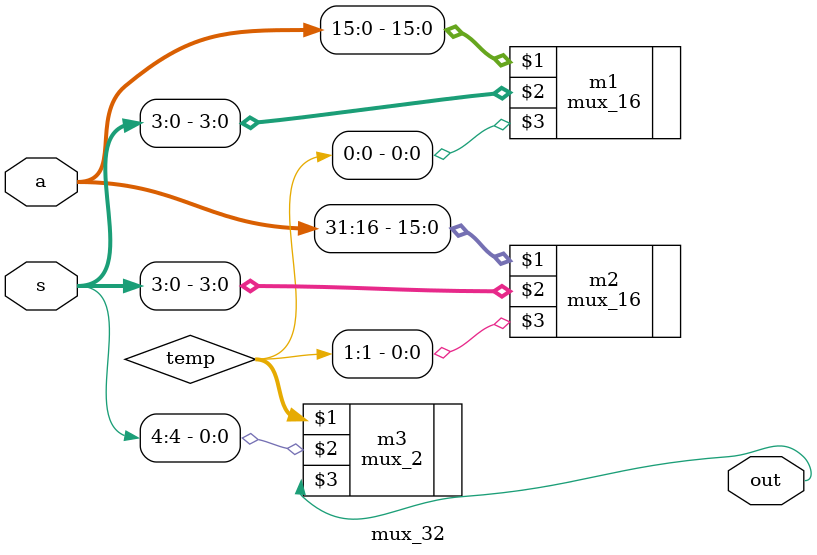
<source format=v>
module mux_32(
    input [31:0] a,
    input [4:0] s,
    output out
    );
    wire [1:0] temp;
    mux_16 m1(a[15:0],s[3:0],temp[0]);
	mux_16 m2(a[31:16],s[3:0],temp[1]);
    mux_2 m3(temp,s[4],out);
endmodule
</source>
